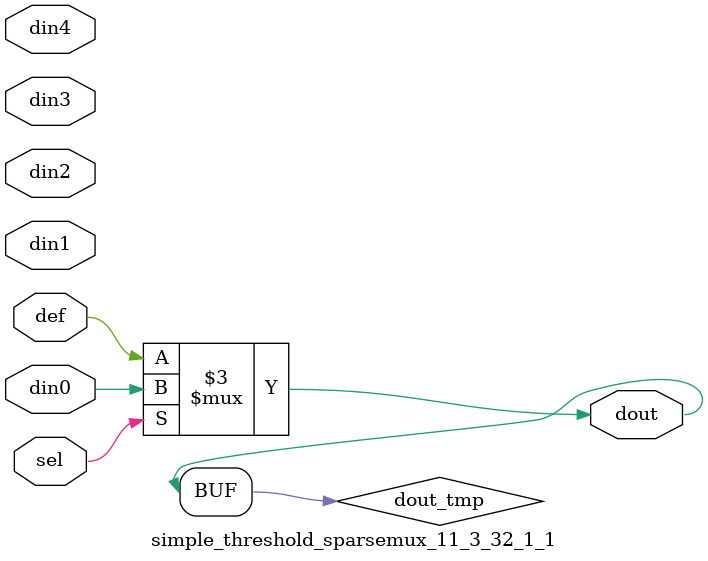
<source format=v>
`timescale 1ns / 1ps

module simple_threshold_sparsemux_11_3_32_1_1 (din0,din1,din2,din3,din4,def,sel,dout);

parameter din0_WIDTH = 1;

parameter din1_WIDTH = 1;

parameter din2_WIDTH = 1;

parameter din3_WIDTH = 1;

parameter din4_WIDTH = 1;

parameter def_WIDTH = 1;
parameter sel_WIDTH = 1;
parameter dout_WIDTH = 1;

parameter [sel_WIDTH-1:0] CASE0 = 1;

parameter [sel_WIDTH-1:0] CASE1 = 1;

parameter [sel_WIDTH-1:0] CASE2 = 1;

parameter [sel_WIDTH-1:0] CASE3 = 1;

parameter [sel_WIDTH-1:0] CASE4 = 1;

parameter ID = 1;
parameter NUM_STAGE = 1;



input [din0_WIDTH-1:0] din0;

input [din1_WIDTH-1:0] din1;

input [din2_WIDTH-1:0] din2;

input [din3_WIDTH-1:0] din3;

input [din4_WIDTH-1:0] din4;

input [def_WIDTH-1:0] def;
input [sel_WIDTH-1:0] sel;

output [dout_WIDTH-1:0] dout;



reg [dout_WIDTH-1:0] dout_tmp;

always @ (*) begin
case (sel)
    
    CASE0 : dout_tmp = din0;
    
    CASE1 : dout_tmp = din1;
    
    CASE2 : dout_tmp = din2;
    
    CASE3 : dout_tmp = din3;
    
    CASE4 : dout_tmp = din4;
    
    default : dout_tmp = def;
endcase
end


assign dout = dout_tmp;



endmodule

</source>
